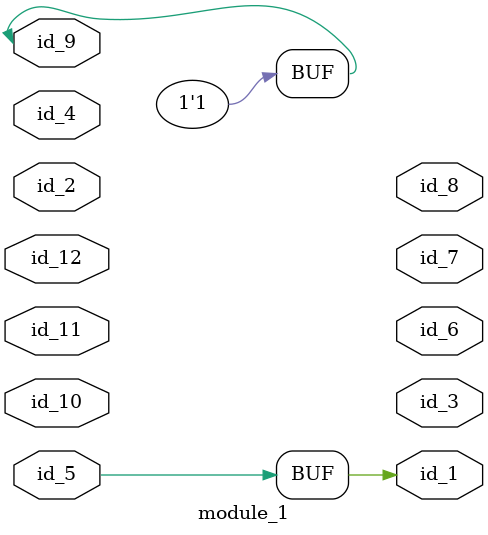
<source format=v>
module module_0;
  assign id_1 = "";
endmodule
module module_1 (
    id_1,
    id_2,
    id_3,
    id_4,
    id_5,
    id_6,
    id_7,
    id_8,
    id_9,
    id_10,
    id_11,
    id_12
);
  input wire id_12;
  inout wire id_11;
  inout wire id_10;
  inout wire id_9;
  output wire id_8;
  output wire id_7;
  output wire id_6;
  input wire id_5;
  inout wire id_4;
  output wire id_3;
  inout wire id_2;
  output wire id_1;
  wire id_13, id_14;
  wire id_15;
  module_0 modCall_1 ();
  assign id_2[1] = 1'b0;
  assign id_9 = 1;
  localparam id_16 = 1;
  assign id_1 = id_5;
endmodule

</source>
